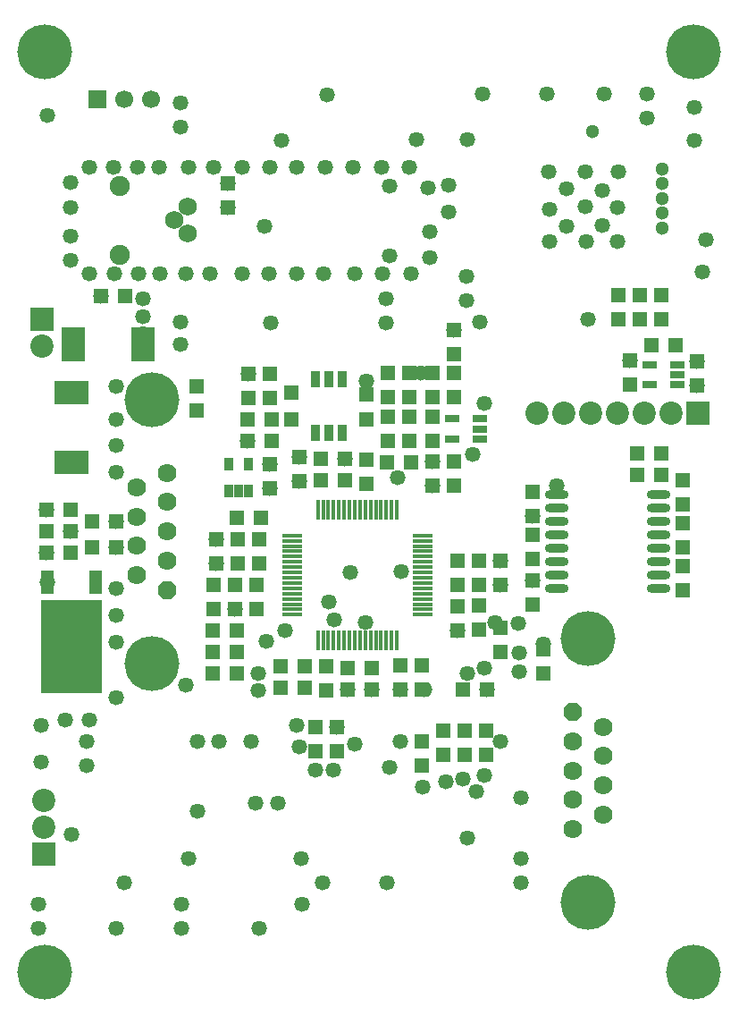
<source format=gbs>
%FSLAX42Y42*%
%MOMM*%
G71*
G01*
G75*
G04 Layer_Color=16711935*
%ADD10R,1.22X1.22*%
%ADD11R,1.22X1.22*%
%ADD12R,3.20X4.00*%
%ADD13R,1.27X1.27*%
%ADD14R,1.40X1.40*%
%ADD15O,0.25X1.75*%
%ADD16O,1.75X0.25*%
%ADD17O,1.20X0.35*%
%ADD18R,1.20X0.35*%
%ADD19O,0.35X1.20*%
%ADD20R,0.35X1.20*%
%ADD21R,0.60X1.20*%
%ADD22O,1.30X0.65*%
%ADD23R,1.30X0.65*%
%ADD24O,0.35X1.85*%
%ADD25R,1.27X1.27*%
%ADD26R,1.52X1.52*%
%ADD27C,0.25*%
%ADD28C,0.60*%
%ADD29C,2.00*%
%ADD30C,1.20*%
%ADD31C,0.50*%
%ADD32C,0.40*%
%ADD33C,1.30*%
%ADD34C,0.25*%
%ADD35C,0.35*%
%ADD36C,0.30*%
%ADD37C,0.80*%
%ADD38C,5.00*%
%ADD39C,5.00*%
%ADD40C,1.57*%
%ADD41P,1.70X8X292.5*%
%ADD42R,1.50X1.50*%
%ADD43C,1.50*%
%ADD44C,2.00*%
%ADD45R,2.00X2.00*%
%ADD46R,2.00X2.00*%
%ADD47C,1.52*%
%ADD48C,1.27*%
%ADD49C,1.10*%
%ADD50C,1.70*%
%ADD51R,1.20X0.60*%
%ADD52R,1.75X0.25*%
%ADD53R,0.25X1.75*%
%ADD54O,2.03X0.61*%
%ADD55R,0.69X0.99*%
%ADD56R,1.02X2.03*%
%ADD57R,5.59X8.64*%
%ADD58R,2.03X3.05*%
%ADD59R,3.05X2.03*%
%ADD60R,0.76X1.30*%
%ADD61C,1.00*%
%ADD62C,0.20*%
%ADD63C,0.20*%
%ADD64C,0.30*%
%ADD65C,0.38*%
%ADD66C,0.13*%
%ADD67C,0.10*%
%ADD68C,0.15*%
%ADD69R,1.42X1.42*%
%ADD70R,1.42X1.42*%
%ADD71R,3.40X4.20*%
%ADD72R,1.47X1.47*%
%ADD73R,1.60X1.60*%
%ADD74O,0.45X1.95*%
%ADD75O,1.95X0.45*%
%ADD76O,1.40X0.55*%
%ADD77R,1.40X0.55*%
%ADD78O,0.55X1.40*%
%ADD79R,0.55X1.40*%
%ADD80R,0.80X1.40*%
%ADD81O,1.50X0.85*%
%ADD82R,1.50X0.85*%
%ADD83O,0.55X2.05*%
%ADD84R,1.47X1.47*%
%ADD85R,1.73X1.73*%
%ADD86C,5.20*%
%ADD87C,5.20*%
%ADD88C,1.78*%
%ADD89P,1.92X8X292.5*%
%ADD90R,1.70X1.70*%
%ADD91C,1.70*%
%ADD92C,2.20*%
%ADD93R,2.20X2.20*%
%ADD94R,2.20X2.20*%
%ADD95C,1.73*%
%ADD96C,1.47*%
%ADD97C,1.30*%
%ADD98C,1.90*%
%ADD99R,1.40X0.80*%
%ADD100R,1.95X0.45*%
%ADD101R,0.45X1.95*%
%ADD102O,2.24X0.81*%
%ADD103R,0.89X1.19*%
%ADD104R,1.22X2.24*%
%ADD105R,5.79X8.84*%
%ADD106R,2.24X3.25*%
%ADD107R,3.25X2.24*%
%ADD108R,0.97X1.50*%
D69*
X5956Y6566D02*
D03*
X6185D02*
D03*
X9693Y9808D02*
D03*
X9465D02*
D03*
X3962Y8255D02*
D03*
X3734D02*
D03*
X4483Y10274D02*
D03*
X4254D02*
D03*
X6820Y6756D02*
D03*
X6591D02*
D03*
X6820Y6553D02*
D03*
X6591D02*
D03*
X6566Y8534D02*
D03*
X6337D02*
D03*
X6566Y8738D02*
D03*
X6337D02*
D03*
X7912Y6553D02*
D03*
X7683D02*
D03*
X9563Y8585D02*
D03*
X9335D02*
D03*
X9563Y8788D02*
D03*
X9335D02*
D03*
X3962Y7849D02*
D03*
X3734D02*
D03*
X4166Y8141D02*
D03*
X4394D02*
D03*
X3734Y8052D02*
D03*
X3962D02*
D03*
X4394Y7899D02*
D03*
X4166D02*
D03*
X6185Y6769D02*
D03*
X5956D02*
D03*
X6960Y8700D02*
D03*
X7188D02*
D03*
X5309Y6909D02*
D03*
X5537D02*
D03*
Y8179D02*
D03*
X5766D02*
D03*
X5309Y6706D02*
D03*
X5537D02*
D03*
X5639Y8903D02*
D03*
X5867D02*
D03*
X5639Y9106D02*
D03*
X5867D02*
D03*
X5309Y7112D02*
D03*
X5537D02*
D03*
D70*
X9897Y9655D02*
D03*
Y9427D02*
D03*
X9262Y9439D02*
D03*
Y9668D02*
D03*
X7391Y9131D02*
D03*
Y8903D02*
D03*
X6972Y9550D02*
D03*
Y9322D02*
D03*
X7175Y8903D02*
D03*
Y9131D02*
D03*
X6972Y8903D02*
D03*
Y9131D02*
D03*
X7595Y9728D02*
D03*
Y9957D02*
D03*
Y9322D02*
D03*
Y9550D02*
D03*
X5753Y7976D02*
D03*
Y7747D02*
D03*
X5550Y7976D02*
D03*
Y7747D02*
D03*
X5347Y7976D02*
D03*
Y7747D02*
D03*
X7633Y7544D02*
D03*
Y7772D02*
D03*
X7836Y7544D02*
D03*
Y7772D02*
D03*
X8039Y7544D02*
D03*
Y7772D02*
D03*
X6388Y6540D02*
D03*
Y6769D02*
D03*
X6134Y8522D02*
D03*
Y8750D02*
D03*
X5855Y9538D02*
D03*
Y9309D02*
D03*
X5651D02*
D03*
Y9538D02*
D03*
X7175Y9550D02*
D03*
Y9322D02*
D03*
X5524Y7315D02*
D03*
Y7544D02*
D03*
X5728Y7315D02*
D03*
Y7544D02*
D03*
X7833Y7115D02*
D03*
Y7343D02*
D03*
X7633Y7112D02*
D03*
Y7341D02*
D03*
X7087Y6553D02*
D03*
Y6782D02*
D03*
X7391Y8712D02*
D03*
Y8484D02*
D03*
X5855Y8458D02*
D03*
Y8687D02*
D03*
X8344Y7582D02*
D03*
Y7353D02*
D03*
X5451Y11338D02*
D03*
Y11110D02*
D03*
X7290Y6553D02*
D03*
Y6782D02*
D03*
X7696Y5931D02*
D03*
Y6160D02*
D03*
X7493Y5931D02*
D03*
Y6160D02*
D03*
X7899Y5931D02*
D03*
Y6160D02*
D03*
X7290Y5829D02*
D03*
Y6058D02*
D03*
X7595Y8712D02*
D03*
Y8484D02*
D03*
X6769Y8496D02*
D03*
Y8725D02*
D03*
X6490Y6198D02*
D03*
Y5969D02*
D03*
X6287Y6198D02*
D03*
Y5969D02*
D03*
X9766Y8306D02*
D03*
Y8534D02*
D03*
Y8128D02*
D03*
Y7899D02*
D03*
X8344Y7785D02*
D03*
Y8014D02*
D03*
X9766Y7493D02*
D03*
Y7722D02*
D03*
X8344Y8420D02*
D03*
Y8192D02*
D03*
X8039Y6909D02*
D03*
Y7137D02*
D03*
X8446Y6706D02*
D03*
Y6934D02*
D03*
X9360Y10287D02*
D03*
Y10058D02*
D03*
X9563Y10287D02*
D03*
Y10058D02*
D03*
X5321Y7544D02*
D03*
Y7315D02*
D03*
X7391Y9550D02*
D03*
Y9322D02*
D03*
X5156Y9423D02*
D03*
Y9195D02*
D03*
X9157Y10287D02*
D03*
Y10058D02*
D03*
D72*
X6058Y9106D02*
D03*
Y9360D02*
D03*
X6769Y9347D02*
D03*
Y9106D02*
D03*
D86*
X3721Y12586D02*
D03*
X9868D02*
D03*
Y3874D02*
D03*
X3721D02*
D03*
D87*
X8867Y7034D02*
D03*
X8867Y4534D02*
D03*
X4735Y9296D02*
D03*
X4735Y6797D02*
D03*
D88*
X9009Y6198D02*
D03*
X8725Y5228D02*
D03*
X9009Y5366D02*
D03*
Y5643D02*
D03*
X8725Y5505D02*
D03*
Y5783D02*
D03*
Y6060D02*
D03*
X9009Y5920D02*
D03*
X4593Y7910D02*
D03*
X4877Y7770D02*
D03*
Y8048D02*
D03*
Y8325D02*
D03*
X4593Y8187D02*
D03*
Y8465D02*
D03*
X4877Y8602D02*
D03*
X4593Y7633D02*
D03*
D89*
X8725Y6337D02*
D03*
X4877Y7493D02*
D03*
D90*
X4216Y12141D02*
D03*
D91*
X4470D02*
D03*
X4724D02*
D03*
D92*
X8382Y9169D02*
D03*
X8636D02*
D03*
X8890D02*
D03*
X9144D02*
D03*
X9398D02*
D03*
X9652D02*
D03*
X3708Y5499D02*
D03*
Y5245D02*
D03*
X3696Y9804D02*
D03*
D93*
X9906Y9169D02*
D03*
D94*
X3708Y4991D02*
D03*
X3696Y10058D02*
D03*
D95*
X5070Y11122D02*
D03*
X4943Y10995D02*
D03*
X5070Y10868D02*
D03*
D96*
X9144Y10795D02*
D03*
X9004Y10947D02*
D03*
X8504Y10793D02*
D03*
X8661Y10935D02*
D03*
X5740Y6540D02*
D03*
X8446Y6985D02*
D03*
X8204Y7175D02*
D03*
X7988Y7188D02*
D03*
X5817Y7010D02*
D03*
X4254Y10274D02*
D03*
X3747Y11989D02*
D03*
X8217Y6896D02*
D03*
Y6718D02*
D03*
X9262Y9668D02*
D03*
X9897Y9655D02*
D03*
Y9427D02*
D03*
X9947Y10500D02*
D03*
X3962Y8052D02*
D03*
X3734Y8255D02*
D03*
X4648Y9919D02*
D03*
Y10084D02*
D03*
X8865Y10058D02*
D03*
X4801Y11493D02*
D03*
X4597D02*
D03*
X4369D02*
D03*
X4140D02*
D03*
X3962Y11354D02*
D03*
Y11112D02*
D03*
Y10846D02*
D03*
Y10617D02*
D03*
X4140Y10490D02*
D03*
X4381D02*
D03*
X7772Y8776D02*
D03*
X8039Y6058D02*
D03*
X6769Y9474D02*
D03*
X7283Y9550D02*
D03*
X5017Y4521D02*
D03*
X3658D02*
D03*
X4115Y5829D02*
D03*
X5372Y6058D02*
D03*
X6655Y6033D02*
D03*
X7087Y6058D02*
D03*
X8230Y4724D02*
D03*
Y4953D02*
D03*
X5753Y4293D02*
D03*
X5017D02*
D03*
X4394D02*
D03*
X3658D02*
D03*
X4115Y6058D02*
D03*
X4470Y4724D02*
D03*
X5080Y4953D02*
D03*
X5169Y5397D02*
D03*
X5931Y5474D02*
D03*
X5164Y6060D02*
D03*
X6985Y5814D02*
D03*
X8230Y5524D02*
D03*
X6960Y4724D02*
D03*
X6350D02*
D03*
X6160Y4521D02*
D03*
X6147Y4953D02*
D03*
X5715Y5474D02*
D03*
X7683Y5702D02*
D03*
X6134Y6007D02*
D03*
X6287Y5791D02*
D03*
X6452D02*
D03*
X7887Y5740D02*
D03*
X7811Y5588D02*
D03*
X7518Y5677D02*
D03*
X7303Y5626D02*
D03*
X7722Y5144D02*
D03*
X5007Y11872D02*
D03*
X5858Y10018D02*
D03*
X6950D02*
D03*
Y10246D02*
D03*
X7712Y10233D02*
D03*
X7547Y11072D02*
D03*
X7864Y12189D02*
D03*
X6391Y12176D02*
D03*
X5959Y11745D02*
D03*
X5007Y12100D02*
D03*
X5451Y11338D02*
D03*
X9982Y10808D02*
D03*
X7839Y10030D02*
D03*
X9426Y12189D02*
D03*
Y11961D02*
D03*
X9871Y12062D02*
D03*
X9020Y12189D02*
D03*
X8474D02*
D03*
X9871Y11745D02*
D03*
X7724Y11757D02*
D03*
X7547Y11326D02*
D03*
X7712Y10462D02*
D03*
X7242Y11757D02*
D03*
X5451Y11110D02*
D03*
X6988Y11313D02*
D03*
Y10653D02*
D03*
X5799Y10936D02*
D03*
X5651Y9538D02*
D03*
X5639Y8903D02*
D03*
X6464Y7214D02*
D03*
X5740Y6706D02*
D03*
X5994Y7112D02*
D03*
X6490Y6198D02*
D03*
X6109Y6210D02*
D03*
X6414Y7379D02*
D03*
X7099Y7671D02*
D03*
X6617Y7658D02*
D03*
X6591Y6553D02*
D03*
X8039Y7772D02*
D03*
X5347Y7747D02*
D03*
X6134Y8750D02*
D03*
X5855Y8687D02*
D03*
X8344Y8192D02*
D03*
X7391Y8484D02*
D03*
X6566Y8738D02*
D03*
X5855Y8458D02*
D03*
X6134Y8522D02*
D03*
X5347Y7976D02*
D03*
X5524Y7315D02*
D03*
X6820Y6553D02*
D03*
X8039Y7544D02*
D03*
X8344Y7582D02*
D03*
X7633Y7112D02*
D03*
X7087Y6553D02*
D03*
X7315D02*
D03*
X7722Y6706D02*
D03*
X7887Y6756D02*
D03*
X7391Y8712D02*
D03*
X7061Y8560D02*
D03*
X5004Y9817D02*
D03*
Y10033D02*
D03*
X3886Y8712D02*
D03*
X4051D02*
D03*
X3734Y7849D02*
D03*
X3747Y7569D02*
D03*
X3785Y6617D02*
D03*
X4166D02*
D03*
X3785Y7303D02*
D03*
X4166D02*
D03*
X3785Y6960D02*
D03*
X4166D02*
D03*
X3962Y6782D02*
D03*
X7912Y6553D02*
D03*
X8572Y8484D02*
D03*
X7595Y9957D02*
D03*
X5055Y6591D02*
D03*
X7887Y9258D02*
D03*
X5677Y6058D02*
D03*
X4394Y9423D02*
D03*
Y7899D02*
D03*
Y8611D02*
D03*
Y8865D02*
D03*
Y9106D02*
D03*
Y6477D02*
D03*
Y8141D02*
D03*
Y7506D02*
D03*
Y7252D02*
D03*
Y6998D02*
D03*
X4648Y10249D02*
D03*
X8496Y11455D02*
D03*
X8500Y11097D02*
D03*
X8839Y11125D02*
D03*
Y11455D02*
D03*
X9144Y11112D02*
D03*
X9004Y11278D02*
D03*
X8661Y11290D02*
D03*
X9157Y11450D02*
D03*
X8852Y10795D02*
D03*
X6756Y7188D02*
D03*
X5588Y10490D02*
D03*
X5842D02*
D03*
X6109D02*
D03*
X6363D02*
D03*
X6655D02*
D03*
X6921D02*
D03*
X7188D02*
D03*
X7366Y10884D02*
D03*
Y10643D02*
D03*
X5588Y11493D02*
D03*
X5321D02*
D03*
X5080D02*
D03*
X5855D02*
D03*
X6109D02*
D03*
X6375D02*
D03*
X6642D02*
D03*
X6909D02*
D03*
X7175D02*
D03*
X7353Y11303D02*
D03*
X5283Y10490D02*
D03*
X5055D02*
D03*
X4813D02*
D03*
X4610D02*
D03*
X3975Y5182D02*
D03*
Y7125D02*
D03*
X3912Y6261D02*
D03*
X4140D02*
D03*
X3683Y5867D02*
D03*
Y6210D02*
D03*
D97*
X9566Y10919D02*
D03*
Y11059D02*
D03*
Y11199D02*
D03*
Y11338D02*
D03*
Y11478D02*
D03*
X8906Y11834D02*
D03*
X7175Y9131D02*
D03*
D98*
X4432Y11316D02*
D03*
Y10668D02*
D03*
D99*
X9712Y9623D02*
D03*
Y9528D02*
D03*
Y9433D02*
D03*
X9446D02*
D03*
Y9623D02*
D03*
X7576Y9112D02*
D03*
Y8922D02*
D03*
X7842D02*
D03*
Y9017D02*
D03*
Y9112D02*
D03*
D100*
X7301Y7258D02*
D03*
Y7308D02*
D03*
Y7358D02*
D03*
Y7408D02*
D03*
Y7458D02*
D03*
Y7508D02*
D03*
Y7558D02*
D03*
Y7608D02*
D03*
Y7658D02*
D03*
Y7708D02*
D03*
Y7758D02*
D03*
Y7808D02*
D03*
Y7858D02*
D03*
Y7908D02*
D03*
Y7958D02*
D03*
Y8008D02*
D03*
X6059D02*
D03*
Y7958D02*
D03*
Y7908D02*
D03*
Y7858D02*
D03*
Y7808D02*
D03*
Y7758D02*
D03*
Y7708D02*
D03*
Y7658D02*
D03*
Y7608D02*
D03*
Y7558D02*
D03*
Y7508D02*
D03*
Y7458D02*
D03*
Y7408D02*
D03*
Y7358D02*
D03*
Y7308D02*
D03*
Y7258D02*
D03*
D101*
X7055Y8254D02*
D03*
X7005D02*
D03*
X6955D02*
D03*
X6905D02*
D03*
X6855D02*
D03*
X6805D02*
D03*
X6755D02*
D03*
X6705D02*
D03*
X6655D02*
D03*
X6605D02*
D03*
X6555D02*
D03*
X6505D02*
D03*
X6455D02*
D03*
X6405D02*
D03*
X6355D02*
D03*
X6305D02*
D03*
Y7012D02*
D03*
X6355D02*
D03*
X6405D02*
D03*
X6455D02*
D03*
X6505D02*
D03*
X6555D02*
D03*
X6605D02*
D03*
X6655D02*
D03*
X6705D02*
D03*
X6755D02*
D03*
X6805D02*
D03*
X6855D02*
D03*
X6905D02*
D03*
X6955D02*
D03*
X7005D02*
D03*
X7055D02*
D03*
D102*
X9538Y8268D02*
D03*
Y8141D02*
D03*
Y7760D02*
D03*
X8572Y7506D02*
D03*
Y8268D02*
D03*
X9538Y7506D02*
D03*
Y8014D02*
D03*
Y7887D02*
D03*
X8572Y7633D02*
D03*
Y8395D02*
D03*
X9538Y7633D02*
D03*
Y8395D02*
D03*
X8572Y7887D02*
D03*
Y8014D02*
D03*
Y7760D02*
D03*
Y8141D02*
D03*
D103*
X5651Y8687D02*
D03*
Y8433D02*
D03*
X5556D02*
D03*
X5461D02*
D03*
Y8687D02*
D03*
D104*
X4204Y7569D02*
D03*
X3747D02*
D03*
D105*
X3975Y6960D02*
D03*
D106*
X3988Y9817D02*
D03*
X4648D02*
D03*
D107*
X3975Y9360D02*
D03*
Y8700D02*
D03*
D108*
X6287Y8979D02*
D03*
X6414D02*
D03*
X6540D02*
D03*
X6287Y9487D02*
D03*
X6414D02*
D03*
X6540D02*
D03*
M02*

</source>
